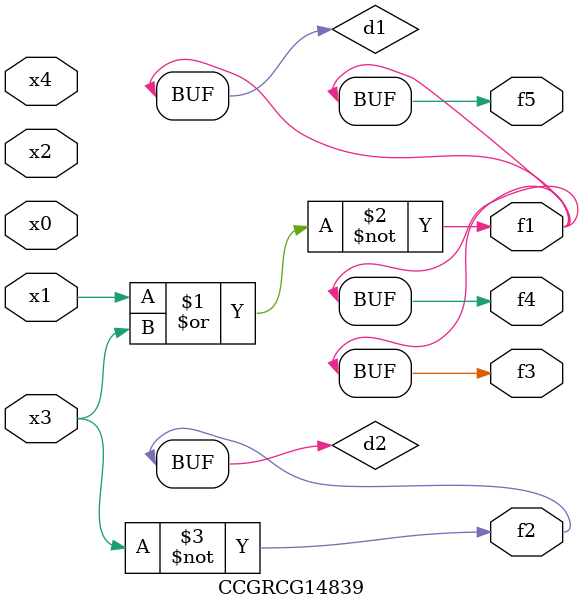
<source format=v>
module CCGRCG14839(
	input x0, x1, x2, x3, x4,
	output f1, f2, f3, f4, f5
);

	wire d1, d2;

	nor (d1, x1, x3);
	not (d2, x3);
	assign f1 = d1;
	assign f2 = d2;
	assign f3 = d1;
	assign f4 = d1;
	assign f5 = d1;
endmodule

</source>
